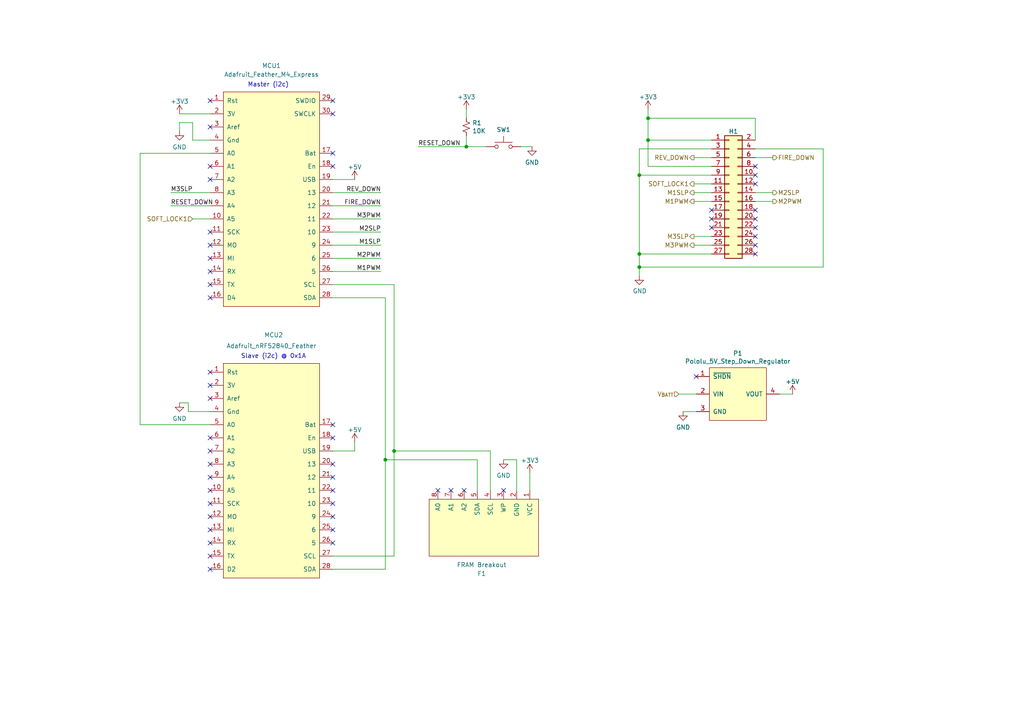
<source format=kicad_sch>
(kicad_sch (version 20211123) (generator eeschema)
  (paper "A4")
  (title_block (title "Nemesis Mod") (date "2021-12-08") (rev "v2.0") (company "https://github.com/jeff-winn/nemesis-mod") (comment 1 "For more information please visit the project website:"))
  (lib_symbols
    (symbol "Connector_Generic:Conn_02x14_Odd_Even" (pin_names (offset 1.016) hide)
      (property "Reference" "J" (at 1.27 17.78 0))
      (property "Value" "Conn_02x14_Odd_Even" (at 1.27 -20.32 0))
      (symbol "Conn_02x14_Odd_Even_1_1"
        (rectangle (start -1.27 -17.653) (end 0 -17.907) (stroke (width 0.1524)))
        (rectangle (start -1.27 -15.113) (end 0 -15.367) (stroke (width 0.1524)))
        (rectangle (start -1.27 -12.573) (end 0 -12.827) (stroke (width 0.1524)))
        (rectangle (start -1.27 -10.033) (end 0 -10.287) (stroke (width 0.1524)))
        (rectangle (start -1.27 -7.493) (end 0 -7.747) (stroke (width 0.1524)))
        (rectangle (start -1.27 -4.953) (end 0 -5.207) (stroke (width 0.1524)))
        (rectangle (start -1.27 -2.413) (end 0 -2.667) (stroke (width 0.1524)))
        (rectangle (start -1.27 0.127) (end 0 -0.127) (stroke (width 0.1524)))
        (rectangle (start -1.27 2.667) (end 0 2.413) (stroke (width 0.1524)))
        (rectangle (start -1.27 5.207) (end 0 4.953) (stroke (width 0.1524)))
        (rectangle (start -1.27 7.747) (end 0 7.493) (stroke (width 0.1524)))
        (rectangle (start -1.27 10.287) (end 0 10.033) (stroke (width 0.1524)))
        (rectangle (start -1.27 12.827) (end 0 12.573) (stroke (width 0.1524)))
        (rectangle (start -1.27 15.367) (end 0 15.113) (stroke (width 0.1524)))
        (rectangle (start -1.27 16.51) (end 3.81 -19.05) (stroke (width 0.254)) (fill (type background)))
        (rectangle (start 3.81 -17.653) (end 2.54 -17.907) (stroke (width 0.1524)))
        (rectangle (start 3.81 -15.113) (end 2.54 -15.367) (stroke (width 0.1524)))
        (rectangle (start 3.81 -12.573) (end 2.54 -12.827) (stroke (width 0.1524)))
        (rectangle (start 3.81 -10.033) (end 2.54 -10.287) (stroke (width 0.1524)))
        (rectangle (start 3.81 -7.493) (end 2.54 -7.747) (stroke (width 0.1524)))
        (rectangle (start 3.81 -4.953) (end 2.54 -5.207) (stroke (width 0.1524)))
        (rectangle (start 3.81 -2.413) (end 2.54 -2.667) (stroke (width 0.1524)))
        (rectangle (start 3.81 0.127) (end 2.54 -0.127) (stroke (width 0.1524)))
        (rectangle (start 3.81 2.667) (end 2.54 2.413) (stroke (width 0.1524)))
        (rectangle (start 3.81 5.207) (end 2.54 4.953) (stroke (width 0.1524)))
        (rectangle (start 3.81 7.747) (end 2.54 7.493) (stroke (width 0.1524)))
        (rectangle (start 3.81 10.287) (end 2.54 10.033) (stroke (width 0.1524)))
        (rectangle (start 3.81 12.827) (end 2.54 12.573) (stroke (width 0.1524)))
        (rectangle (start 3.81 15.367) (end 2.54 15.113) (stroke (width 0.1524)))
        (pin passive line (at -5.08 15.24 0) (length 3.81) (name "Pin_1") (number "1"))
        (pin passive line (at 7.62 5.08 180) (length 3.81) (name "Pin_10") (number "10"))
        (pin passive line (at -5.08 2.54 0) (length 3.81) (name "Pin_11") (number "11"))
        (pin passive line (at 7.62 2.54 180) (length 3.81) (name "Pin_12") (number "12"))
        (pin passive line (at -5.08 0 0) (length 3.81) (name "Pin_13") (number "13"))
        (pin passive line (at 7.62 0 180) (length 3.81) (name "Pin_14") (number "14"))
        (pin passive line (at -5.08 -2.54 0) (length 3.81) (name "Pin_15") (number "15"))
        (pin passive line (at 7.62 -2.54 180) (length 3.81) (name "Pin_16") (number "16"))
        (pin passive line (at -5.08 -5.08 0) (length 3.81) (name "Pin_17") (number "17"))
        (pin passive line (at 7.62 -5.08 180) (length 3.81) (name "Pin_18") (number "18"))
        (pin passive line (at -5.08 -7.62 0) (length 3.81) (name "Pin_19") (number "19"))
        (pin passive line (at 7.62 15.24 180) (length 3.81) (name "Pin_2") (number "2"))
        (pin passive line (at 7.62 -7.62 180) (length 3.81) (name "Pin_20") (number "20"))
        (pin passive line (at -5.08 -10.16 0) (length 3.81) (name "Pin_21") (number "21"))
        (pin passive line (at 7.62 -10.16 180) (length 3.81) (name "Pin_22") (number "22"))
        (pin passive line (at -5.08 -12.7 0) (length 3.81) (name "Pin_23") (number "23"))
        (pin passive line (at 7.62 -12.7 180) (length 3.81) (name "Pin_24") (number "24"))
        (pin passive line (at -5.08 -15.24 0) (length 3.81) (name "Pin_25") (number "25"))
        (pin passive line (at 7.62 -15.24 180) (length 3.81) (name "Pin_26") (number "26"))
        (pin passive line (at -5.08 -17.78 0) (length 3.81) (name "Pin_27") (number "27"))
        (pin passive line (at 7.62 -17.78 180) (length 3.81) (name "Pin_28") (number "28"))
        (pin passive line (at -5.08 12.7 0) (length 3.81) (name "Pin_3") (number "3"))
        (pin passive line (at 7.62 12.7 180) (length 3.81) (name "Pin_4") (number "4"))
        (pin passive line (at -5.08 10.16 0) (length 3.81) (name "Pin_5") (number "5"))
        (pin passive line (at 7.62 10.16 180) (length 3.81) (name "Pin_6") (number "6"))
        (pin passive line (at -5.08 7.62 0) (length 3.81) (name "Pin_7") (number "7"))
        (pin passive line (at 7.62 7.62 180) (length 3.81) (name "Pin_8") (number "8"))
        (pin passive line (at -5.08 5.08 0) (length 3.81) (name "Pin_9") (number "9"))
      )
    )
    (symbol "Device:R_Small_US" (pin_numbers hide) (pin_names (offset 0.254) hide)
      (property "Reference" "R" (at 0.762 0.508 0))
      (property "Value" "R_Small_US" (at 0.762 -1.016 0))
      (symbol "R_Small_US_1_1"
        (polyline (pts (xy 0 0) (xy 1.016 -0.381) (xy 0 -0.762) (xy -1.016 -1.143) (xy 0 -1.524)))
        (polyline (pts (xy 0 1.524) (xy 1.016 1.143) (xy 0 0.762) (xy -1.016 0.381) (xy 0 0)))
        (pin passive line (at 0 2.54 270) (length 1.016) (name "~") (number "1"))
        (pin passive line (at 0 -2.54 90) (length 1.016) (name "~") (number "2"))
      )
    )
    (symbol "Nemesis-Mod:Adafruit_Feather_M4_Express" (pin_names (offset 1.016))
      (property "Reference" "MCU" (at 8.89 -35.56 0))
      (property "Value" "Adafruit_Feather_M4_Express" (at 1.27 -33.02 0))
      (symbol "Adafruit_Feather_M4_Express_0_1"
        (rectangle (start 13.97 -30.48) (end -13.97 31.75) (fill (type background)))
      )
      (symbol "Adafruit_Feather_M4_Express_1_1"
        (pin power_in line (at -17.78 29.21 0) (length 3.81) (name "Rst") (number "1"))
        (pin bidirectional line (at -17.78 -5.08 0) (length 3.81) (name "A5") (number "10"))
        (pin bidirectional line (at -17.78 -8.89 0) (length 3.81) (name "SCK") (number "11"))
        (pin bidirectional line (at -17.78 -12.7 0) (length 3.81) (name "MO") (number "12"))
        (pin bidirectional line (at -17.78 -16.51 0) (length 3.81) (name "MI") (number "13"))
        (pin input line (at -17.78 -20.32 0) (length 3.81) (name "RX") (number "14"))
        (pin output line (at -17.78 -24.13 0) (length 3.81) (name "TX") (number "15"))
        (pin input line (at -17.78 -27.94 0) (length 3.81) (name "D4") (number "16"))
        (pin power_out line (at 17.78 13.97 180) (length 3.81) (name "Bat") (number "17"))
        (pin power_in line (at 17.78 10.16 180) (length 3.81) (name "En") (number "18"))
        (pin power_in line (at 17.78 6.35 180) (length 3.81) (name "USB") (number "19"))
        (pin power_out line (at -17.78 25.4 0) (length 3.81) (name "3V") (number "2"))
        (pin bidirectional line (at 17.78 2.54 180) (length 3.81) (name "13") (number "20"))
        (pin bidirectional line (at 17.78 -1.27 180) (length 3.81) (name "12") (number "21"))
        (pin bidirectional line (at 17.78 -5.08 180) (length 3.81) (name "11") (number "22"))
        (pin bidirectional line (at 17.78 -8.89 180) (length 3.81) (name "10") (number "23"))
        (pin bidirectional line (at 17.78 -12.7 180) (length 3.81) (name "9") (number "24"))
        (pin bidirectional line (at 17.78 -16.51 180) (length 3.81) (name "6") (number "25"))
        (pin bidirectional line (at 17.78 -20.32 180) (length 3.81) (name "5") (number "26"))
        (pin bidirectional line (at 17.78 -24.13 180) (length 3.81) (name "SCL") (number "27"))
        (pin bidirectional line (at 17.78 -27.94 180) (length 3.81) (name "SDA") (number "28"))
        (pin output line (at 17.78 29.21 180) (length 3.81) (name "SWDIO") (number "29"))
        (pin power_out line (at -17.78 21.59 0) (length 3.81) (name "Aref") (number "3"))
        (pin output line (at 17.78 25.4 180) (length 3.81) (name "SWCLK") (number "30"))
        (pin power_in line (at -17.78 17.78 0) (length 3.81) (name "Gnd") (number "4"))
        (pin bidirectional line (at -17.78 13.97 0) (length 3.81) (name "A0") (number "5"))
        (pin bidirectional line (at -17.78 10.16 0) (length 3.81) (name "A1") (number "6"))
        (pin bidirectional line (at -17.78 6.35 0) (length 3.81) (name "A2") (number "7"))
        (pin bidirectional line (at -17.78 2.54 0) (length 3.81) (name "A3") (number "8"))
        (pin bidirectional line (at -17.78 -1.27 0) (length 3.81) (name "A4") (number "9"))
      )
    )
    (symbol "Nemesis-Mod:Adafruit_I2C_FRAM_Breakout" (pin_names (offset 1.016))
      (property "Reference" "F" (at -3.81 11.43 0))
      (property "Value" "Adafruit_I2C_FRAM_Breakout" (at -3.81 8.89 0))
      (symbol "Adafruit_I2C_FRAM_Breakout_0_1"
        (rectangle (start -19.05 6.35) (end 12.7 -10.16) (fill (type background)))
      )
      (symbol "Adafruit_I2C_FRAM_Breakout_1_1"
        (pin power_in line (at -16.51 -12.7 90) (length 2.54) (name "VCC") (number "1"))
        (pin power_in line (at -12.7 -12.7 90) (length 2.54) (name "GND") (number "2"))
        (pin input line (at -8.89 -12.7 90) (length 2.54) (name "WP") (number "3"))
        (pin input line (at -5.08 -12.7 90) (length 2.54) (name "SCL") (number "4"))
        (pin input line (at -1.27 -12.7 90) (length 2.54) (name "SDA") (number "5"))
        (pin input line (at 2.54 -12.7 90) (length 2.54) (name "A2") (number "6"))
        (pin input line (at 6.35 -12.7 90) (length 2.54) (name "A1") (number "7"))
        (pin input line (at 10.16 -12.7 90) (length 2.54) (name "A0") (number "8"))
      )
    )
    (symbol "Nemesis-Mod:Adafruit_nRF52_Feather" (pin_names (offset 1.016))
      (property "Reference" "MCU" (at 8.89 -35.56 0))
      (property "Value" "Adafruit_nRF52_Feather" (at 1.27 -33.02 0))
      (symbol "Adafruit_nRF52_Feather_0_1"
        (rectangle (start 13.97 -30.48) (end -13.97 31.75) (fill (type background)))
      )
      (symbol "Adafruit_nRF52_Feather_1_1"
        (pin input line (at -17.78 29.21 0) (length 3.81) (name "Rst") (number "1"))
        (pin bidirectional line (at -17.78 -5.08 0) (length 3.81) (name "A5") (number "10"))
        (pin bidirectional line (at -17.78 -8.89 0) (length 3.81) (name "SCK") (number "11"))
        (pin bidirectional line (at -17.78 -12.7 0) (length 3.81) (name "MO") (number "12"))
        (pin bidirectional line (at -17.78 -16.51 0) (length 3.81) (name "MI") (number "13"))
        (pin input line (at -17.78 -20.32 0) (length 3.81) (name "RX") (number "14"))
        (pin output line (at -17.78 -24.13 0) (length 3.81) (name "TX") (number "15"))
        (pin input line (at -17.78 -27.94 0) (length 3.81) (name "D2") (number "16"))
        (pin power_out line (at 17.78 13.97 180) (length 3.81) (name "Bat") (number "17"))
        (pin input line (at 17.78 10.16 180) (length 3.81) (name "En") (number "18"))
        (pin power_in line (at 17.78 6.35 180) (length 3.81) (name "USB") (number "19"))
        (pin power_out line (at -17.78 25.4 0) (length 3.81) (name "3V") (number "2"))
        (pin bidirectional line (at 17.78 2.54 180) (length 3.81) (name "13") (number "20"))
        (pin bidirectional line (at 17.78 -1.27 180) (length 3.81) (name "12") (number "21"))
        (pin bidirectional line (at 17.78 -5.08 180) (length 3.81) (name "11") (number "22"))
        (pin bidirectional line (at 17.78 -8.89 180) (length 3.81) (name "10") (number "23"))
        (pin bidirectional line (at 17.78 -12.7 180) (length 3.81) (name "9") (number "24"))
        (pin bidirectional line (at 17.78 -16.51 180) (length 3.81) (name "6") (number "25"))
        (pin bidirectional line (at 17.78 -20.32 180) (length 3.81) (name "5") (number "26"))
        (pin bidirectional line (at 17.78 -24.13 180) (length 3.81) (name "SCL") (number "27"))
        (pin bidirectional line (at 17.78 -27.94 180) (length 3.81) (name "SDA") (number "28"))
        (pin power_out line (at -17.78 21.59 0) (length 3.81) (name "Aref") (number "3"))
        (pin power_in line (at -17.78 17.78 0) (length 3.81) (name "Gnd") (number "4"))
        (pin bidirectional line (at -17.78 13.97 0) (length 3.81) (name "A0") (number "5"))
        (pin bidirectional line (at -17.78 10.16 0) (length 3.81) (name "A1") (number "6"))
        (pin bidirectional line (at -17.78 6.35 0) (length 3.81) (name "A2") (number "7"))
        (pin bidirectional line (at -17.78 2.54 0) (length 3.81) (name "A3") (number "8"))
        (pin bidirectional line (at -17.78 -1.27 0) (length 3.81) (name "A4") (number "9"))
      )
    )
    (symbol "Nemesis-Mod:Pololu_5V_Step_Down_Regulator" (pin_names (offset 1.016))
      (property "Reference" "V?" (at -3.81 1.27 0))
      (property "Value" "Pololu_5V_Step_Down_Regulator" (at -3.81 3.81 0))
      (symbol "Pololu_5V_Step_Down_Regulator_0_1"
        (rectangle (start -12.7 21.59) (end 3.81 6.35) (fill (type background)))
      )
      (symbol "Pololu_5V_Step_Down_Regulator_1_1"
        (pin input line (at -16.51 19.05 0) (length 3.81) (name "~{SHDN}") (number "1"))
        (pin power_in line (at -16.51 13.97 0) (length 3.81) (name "VIN") (number "2"))
        (pin power_in line (at -16.51 8.89 0) (length 3.81) (name "GND") (number "3"))
        (pin power_out line (at 7.62 13.97 180) (length 3.81) (name "VOUT") (number "4"))
      )
    )
    (symbol "Switch:SW_Push" (pin_numbers hide) (pin_names (offset 1.016) hide)
      (property "Reference" "SW" (at 1.27 2.54 0))
      (property "Value" "SW_Push" (at 0 -1.524 0))
      (symbol "SW_Push_0_1"
        (circle (center -2.032 0) (radius 0.508))
        (polyline (pts (xy 0 1.27) (xy 0 3.048)))
        (polyline (pts (xy 2.54 1.27) (xy -2.54 1.27)))
        (circle (center 2.032 0) (radius 0.508))
        (pin passive line (at -5.08 0 0) (length 2.54) (name "1") (number "1"))
        (pin passive line (at 5.08 0 180) (length 2.54) (name "2") (number "2"))
      )
    )
    (symbol "power:+3.3V" (power) (pin_names (offset 0))
      (property "Value" "+3.3V" (at 0 3.556 0))
      (symbol "+3.3V_0_1"
        (polyline (pts (xy -0.762 1.27) (xy 0 2.54)))
        (polyline (pts (xy 0 0) (xy 0 2.54)))
        (polyline (pts (xy 0 2.54) (xy 0.762 1.27)))
      )
      (symbol "+3.3V_1_1"
        (pin power_in line (at 0 0 90) (length 0) hide (name "+3V3") (number "1"))
      )
    )
    (symbol "power:+5V" (power) (pin_names (offset 0))
      (property "Value" "+5V" (at 0 3.556 0))
      (symbol "+5V_0_1"
        (polyline (pts (xy -0.762 1.27) (xy 0 2.54)))
        (polyline (pts (xy 0 0) (xy 0 2.54)))
        (polyline (pts (xy 0 2.54) (xy 0.762 1.27)))
      )
      (symbol "+5V_1_1"
        (pin power_in line (at 0 0 90) (length 0) hide (name "+5V") (number "1"))
      )
    )
    (symbol "power:GND" (power) (pin_names (offset 0))
      (property "Value" "GND" (at 0 -3.81 0))
      (symbol "GND_0_1"
        (polyline (pts (xy 0 0) (xy 0 -1.27) (xy 1.27 -1.27) (xy 0 -2.54) (xy -1.27 -1.27) (xy 0 -1.27)))
      )
      (symbol "GND_1_1"
        (pin power_in line (at 0 0 270) (length 0) hide (name "GND") (number "1"))
      )
    )
  )
  (junction (at 185.42 50.8))
  (junction (at 185.42 77.47))
  (junction (at 187.96 34.29))
  (junction (at 135.255 42.545))
  (junction (at 111.76 133.35))
  (junction (at 185.42 73.66))
  (junction (at 187.96 40.64))
  (junction (at 114.3 130.81))
  (no_connect (at 206.375 66.04))
  (no_connect (at 60.96 78.74))
  (no_connect (at 60.96 111.76))
  (no_connect (at 127 142.24))
  (no_connect (at 130.81 142.24))
  (no_connect (at 134.62 142.24))
  (no_connect (at 146.05 142.24))
  (no_connect (at 60.96 86.36))
  (no_connect (at 60.96 82.55))
  (no_connect (at 96.52 48.26))
  (no_connect (at 219.075 66.04))
  (no_connect (at 219.075 60.96))
  (no_connect (at 96.52 33.02))
  (no_connect (at 96.52 29.21))
  (no_connect (at 96.52 44.45))
  (no_connect (at 206.375 60.96))
  (no_connect (at 219.075 73.66))
  (no_connect (at 60.96 71.12))
  (no_connect (at 219.075 68.58))
  (no_connect (at 60.96 74.93))
  (no_connect (at 60.96 52.07))
  (no_connect (at 219.075 48.26))
  (no_connect (at 60.96 67.31))
  (no_connect (at 219.075 71.12))
  (no_connect (at 206.375 63.5))
  (no_connect (at 60.96 29.21))
  (no_connect (at 60.96 153.67))
  (no_connect (at 60.96 157.48))
  (no_connect (at 60.96 138.43))
  (no_connect (at 60.96 134.62))
  (no_connect (at 60.96 149.86))
  (no_connect (at 60.96 142.24))
  (no_connect (at 60.96 146.05))
  (no_connect (at 60.96 127))
  (no_connect (at 60.96 130.81))
  (no_connect (at 201.93 109.22))
  (no_connect (at 219.075 53.34))
  (no_connect (at 60.96 48.26))
  (no_connect (at 219.075 50.8))
  (no_connect (at 60.96 36.83))
  (no_connect (at 219.075 63.5))
  (no_connect (at 60.96 165.1))
  (no_connect (at 60.96 161.29))
  (no_connect (at 96.52 149.86))
  (no_connect (at 96.52 153.67))
  (no_connect (at 96.52 146.05))
  (no_connect (at 96.52 134.62))
  (no_connect (at 96.52 142.24))
  (no_connect (at 96.52 138.43))
  (no_connect (at 96.52 127))
  (no_connect (at 96.52 157.48))
  (no_connect (at 96.52 123.19))
  (no_connect (at 60.96 107.95))
  (no_connect (at 60.96 115.57))
  (wire (pts (xy 138.43 133.35) (xy 111.76 133.35)))
  (wire (pts (xy 96.52 59.69) (xy 110.49 59.69)))
  (wire (pts (xy 114.3 161.29) (xy 96.52 161.29)))
  (wire (pts (xy 114.3 82.55) (xy 114.3 130.81)))
  (wire (pts (xy 185.42 50.8) (xy 206.375 50.8)))
  (wire (pts (xy 185.42 43.18) (xy 185.42 50.8)))
  (wire (pts (xy 135.255 31.75) (xy 135.255 34.29)))
  (wire (pts (xy 102.87 128.27) (xy 102.87 130.81)))
  (wire (pts (xy 187.96 40.64) (xy 187.96 48.26)))
  (wire (pts (xy 201.295 53.34) (xy 206.375 53.34)))
  (wire (pts (xy 185.42 73.66) (xy 206.375 73.66)))
  (wire (pts (xy 121.285 42.545) (xy 135.255 42.545)))
  (wire (pts (xy 196.85 114.3) (xy 201.93 114.3)))
  (wire (pts (xy 151.13 42.545) (xy 154.305 42.545)))
  (wire (pts (xy 55.88 40.64) (xy 55.88 35.56)))
  (wire (pts (xy 96.52 78.74) (xy 110.49 78.74)))
  (wire (pts (xy 138.43 142.24) (xy 138.43 133.35)))
  (wire (pts (xy 238.76 77.47) (xy 238.76 43.18)))
  (wire (pts (xy 187.96 40.64) (xy 206.375 40.64)))
  (wire (pts (xy 185.42 77.47) (xy 238.76 77.47)))
  (wire (pts (xy 40.64 44.45) (xy 40.64 123.19)))
  (wire (pts (xy 201.295 68.58) (xy 206.375 68.58)))
  (wire (pts (xy 135.255 39.37) (xy 135.255 42.545)))
  (wire (pts (xy 96.52 86.36) (xy 111.76 86.36)))
  (wire (pts (xy 149.86 133.35) (xy 146.05 133.35)))
  (wire (pts (xy 96.52 63.5) (xy 110.49 63.5)))
  (wire (pts (xy 201.295 58.42) (xy 206.375 58.42)))
  (wire (pts (xy 54.61 119.38) (xy 54.61 116.84)))
  (wire (pts (xy 219.075 40.64) (xy 219.075 34.29)))
  (wire (pts (xy 40.64 44.45) (xy 60.96 44.45)))
  (wire (pts (xy 185.42 73.66) (xy 185.42 77.47)))
  (wire (pts (xy 52.07 35.56) (xy 52.07 38.1)))
  (wire (pts (xy 219.075 45.72) (xy 224.155 45.72)))
  (wire (pts (xy 114.3 130.81) (xy 114.3 161.29)))
  (wire (pts (xy 60.96 40.64) (xy 55.88 40.64)))
  (wire (pts (xy 198.12 119.38) (xy 201.93 119.38)))
  (wire (pts (xy 96.52 82.55) (xy 114.3 82.55)))
  (wire (pts (xy 219.075 55.88) (xy 224.155 55.88)))
  (wire (pts (xy 153.67 137.16) (xy 153.67 142.24)))
  (wire (pts (xy 60.96 55.88) (xy 49.53 55.88)))
  (wire (pts (xy 187.96 34.29) (xy 187.96 40.64)))
  (wire (pts (xy 187.96 34.29) (xy 219.075 34.29)))
  (wire (pts (xy 142.24 142.24) (xy 142.24 130.81)))
  (wire (pts (xy 40.64 123.19) (xy 60.96 123.19)))
  (wire (pts (xy 102.87 130.81) (xy 96.52 130.81)))
  (wire (pts (xy 185.42 50.8) (xy 185.42 73.66)))
  (wire (pts (xy 187.96 48.26) (xy 206.375 48.26)))
  (wire (pts (xy 201.295 45.72) (xy 206.375 45.72)))
  (wire (pts (xy 54.61 116.84) (xy 52.07 116.84)))
  (wire (pts (xy 149.86 133.35) (xy 149.86 142.24)))
  (wire (pts (xy 55.88 63.5) (xy 60.96 63.5)))
  (wire (pts (xy 135.255 42.545) (xy 140.97 42.545)))
  (wire (pts (xy 187.96 31.75) (xy 187.96 34.29)))
  (wire (pts (xy 96.52 71.12) (xy 110.49 71.12)))
  (wire (pts (xy 201.295 71.12) (xy 206.375 71.12)))
  (wire (pts (xy 55.88 35.56) (xy 52.07 35.56)))
  (wire (pts (xy 52.07 33.02) (xy 60.96 33.02)))
  (wire (pts (xy 219.075 58.42) (xy 224.155 58.42)))
  (wire (pts (xy 185.42 43.18) (xy 206.375 43.18)))
  (wire (pts (xy 185.42 77.47) (xy 185.42 80.01)))
  (wire (pts (xy 111.76 133.35) (xy 111.76 165.1)))
  (wire (pts (xy 60.96 59.69) (xy 49.53 59.69)))
  (wire (pts (xy 96.52 67.31) (xy 110.49 67.31)))
  (wire (pts (xy 96.52 74.93) (xy 110.49 74.93)))
  (wire (pts (xy 201.295 55.88) (xy 206.375 55.88)))
  (wire (pts (xy 96.52 52.07) (xy 102.87 52.07)))
  (wire (pts (xy 142.24 130.81) (xy 114.3 130.81)))
  (wire (pts (xy 60.96 119.38) (xy 54.61 119.38)))
  (wire (pts (xy 111.76 165.1) (xy 96.52 165.1)))
  (wire (pts (xy 96.52 55.88) (xy 110.49 55.88)))
  (wire (pts (xy 226.06 114.3) (xy 229.87 114.3)))
  (wire (pts (xy 219.075 43.18) (xy 238.76 43.18)))
  (wire (pts (xy 111.76 86.36) (xy 111.76 133.35)))
  (text "Master (i2c)" (at 83.82 25.4 180) (effects (font (size 1.27 1.27)) (justify right bottom)))
  (text "Slave (i2c) @ 0x1A" (at 69.85 104.14 0) (effects (font (size 1.27 1.27)) (justify left bottom)))
  (label "RESET_DOWN" (at 49.53 59.69 0))
  (label "RESET_DOWN" (at 121.285 42.545 0))
  (label "M1PWM" (at 110.49 78.74 180))
  (label "M1SLP" (at 110.49 71.12 180))
  (label "M2SLP" (at 110.49 67.31 180))
  (label "M3SLP" (at 49.53 55.88 0))
  (label "FIRE_DOWN" (at 110.49 59.69 180))
  (label "REV_DOWN" (at 110.49 55.88 180))
  (label "M2PWM" (at 110.49 74.93 180))
  (label "M3PWM" (at 110.49 63.5 180))
  (hierarchical_label "SOFT_LOCK1" (shape input) (at 55.88 63.5 180))
  (hierarchical_label "M3SLP" (shape output) (at 201.295 68.58 180))
  (hierarchical_label "M2PWM" (shape output) (at 224.155 58.42 0))
  (hierarchical_label "FIRE_DOWN" (shape output) (at 224.155 45.72 0))
  (hierarchical_label "SOFT_LOCK1" (shape output) (at 201.295 53.34 180))
  (hierarchical_label "M1PWM" (shape output) (at 201.295 58.42 180))
  (hierarchical_label "M1SLP" (shape output) (at 201.295 55.88 180))
  (hierarchical_label "M2SLP" (shape output) (at 224.155 55.88 0))
  (hierarchical_label "REV_DOWN" (shape output) (at 201.295 45.72 180))
  (hierarchical_label "M3PWM" (shape output) (at 201.295 71.12 180))
  (hierarchical_label "V_{BATT}" (shape input) (at 196.85 114.3 180))
  (symbol (lib_id "power:+5V") (at 102.87 52.07 0) (unit 1)
    (property "Reference" "#PWR0103" (effects hide))
    (property "Value" "+5V" (at 102.87 48.4655 0))
  )
  (symbol (lib_id "power:GND") (at 52.07 38.1 0) (unit 1)
    (property "Reference" "#PWR0109" (effects hide))
    (property "Value" "GND" (at 52.07 42.6625 0))
  )
  (symbol (lib_id "power:GND") (at 185.42 80.01 0) (unit 1)
    (property "Reference" "#PWR0106" (effects hide))
    (property "Value" "GND" (at 185.547 84.4042 0))
  )
  (symbol (lib_id "power:GND") (at 52.07 116.84 0) (unit 1)
    (property "Reference" "#PWR0116" (effects hide))
    (property "Value" "GND" (at 52.07 121.4025 0))
  )
  (symbol (lib_id "power:+3.3V") (at 52.07 33.02 0) (unit 1)
    (property "Reference" "#PWR0104" (effects hide))
    (property "Value" "+3.3V" (at 52.07 29.4155 0))
  )
  (symbol (lib_id "Connector_Generic:Conn_02x14_Odd_Even") (at 211.455 55.88 0) (unit 1)
    (property "Reference" "H1" (at 212.725 38.1 0))
    (property "Value" " " (at 212.725 37.4396 0))
    (property "Footprint" "Connector_PinHeader_2.54mm:PinHeader_2x14_P2.54mm_Vertical" (effects hide))
  )
  (symbol (lib_id "Device:R_Small_US") (at 135.255 36.83 0) (unit 1)
    (property "Reference" "R1" (at 136.9822 35.6616 0) (effects (justify left)))
    (property "Value" "10K" (at 136.9822 37.973 0) (effects (justify left)))
    (property "Footprint" "Resistor_THT:R_Axial_DIN0207_L6.3mm_D2.5mm_P5.08mm_Vertical" (effects hide))
  )
  (symbol (lib_id "power:+3.3V") (at 187.96 31.75 0) (unit 1)
    (property "Reference" "#PWR0114" (effects hide))
    (property "Value" "+3.3V" (at 187.96 28.1455 0))
  )
  (symbol (lib_id "power:GND") (at 198.12 119.38 0) (unit 1)
    (property "Reference" "#PWR0107" (effects hide))
    (property "Value" "GND" (at 198.12 123.9425 0))
  )
  (symbol (lib_id "power:+3.3V") (at 153.67 137.16 0) (unit 1)
    (property "Reference" "#PWR0108" (effects hide))
    (property "Value" "+3.3V" (at 153.67 133.5555 0))
  )
  (symbol (lib_id "Nemesis-Mod:Adafruit_Feather_M4_Express") (at 78.74 58.42 0) (unit 1)
    (property "Reference" "MCU1" (at 78.74 19.05 0))
    (property "Value" "Adafruit_Feather_M4_Express" (at 78.74 21.59 0))
    (property "Footprint" "Adafruit:Adafruit_Feather_M4_Express" (effects hide))
  )
  (symbol (lib_id "power:+3.3V") (at 135.255 31.75 0) (unit 1)
    (property "Reference" "#PWR0111" (effects hide))
    (property "Value" "+3.3V" (at 135.255 28.1455 0))
  )
  (symbol (lib_id "power:GND") (at 154.305 42.545 0) (unit 1)
    (property "Reference" "#PWR0113" (effects hide))
    (property "Value" "GND" (at 154.305 47.1075 0))
  )
  (symbol (lib_id "Nemesis-Mod:Adafruit_nRF52_Feather") (at 78.74 137.16 0) (unit 1)
    (property "Reference" "MCU2" (at 79.375 97.155 0))
    (property "Value" "Adafruit_nRF52840_Feather" (at 78.74 100.33 0))
  )
  (symbol (lib_id "power:GND") (at 146.05 133.35 0) (unit 1)
    (property "Reference" "#PWR0105" (effects hide))
    (property "Value" "GND" (at 146.05 137.9125 0))
  )
  (symbol (lib_id "power:+5V") (at 229.87 114.3 0) (unit 1)
    (property "Reference" "#PWR0110" (effects hide))
    (property "Value" "+5V" (at 229.87 110.6955 0))
  )
  (symbol (lib_id "power:+5V") (at 102.87 128.27 0) (unit 1)
    (property "Reference" "#PWR0112" (effects hide))
    (property "Value" "+5V" (at 102.87 124.6655 0))
  )
  (symbol (lib_id "Nemesis-Mod:Pololu_5V_Step_Down_Regulator") (at 218.44 128.27 0) (unit 1)
    (property "Reference" "P1" (at 213.995 102.489 0))
    (property "Value" "Pololu_5V_Step_Down_Regulator" (at 213.995 104.8004 0))
    (property "Footprint" "Pololu:5V_Step_Down_Regulator_500mA" (effects hide))
  )
  (symbol (lib_id "Nemesis-Mod:Adafruit_I2C_FRAM_Breakout") (at 137.16 154.94 180) (unit 1)
    (property "Reference" "F1" (at 139.7 166.37 0))
    (property "Value" "FRAM Breakout" (at 139.7 163.83 0))
    (property "Footprint" "Adafruit:Adafruit_I2C_FRAM_Breakout" (effects hide))
  )
  (symbol (lib_id "Switch:SW_Push") (at 146.05 42.545 0) (unit 1)
    (property "Reference" "SW1" (at 434.34 42.926 0))
    (property "Value" "SW1" (at 146.05 37.6174 0))
    (property "Footprint" "Button_Switch_THT:SW_PUSH_6mm" (effects hide))
    (property "MPID" "367 (Adafruit)" (effects hide))
  )
)
</source>
